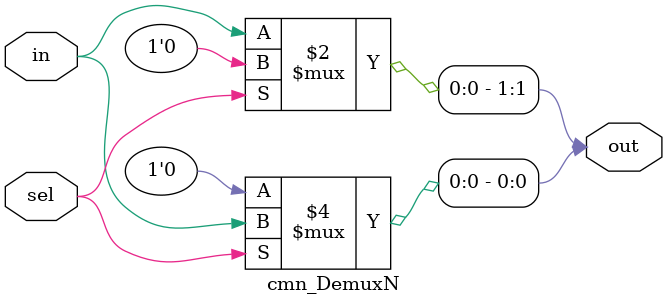
<source format=v>
module cmn_DemuxN (
	in,
	sel,
	out
);
	parameter nbits = 1;
	parameter noutputs = 2;
	input wire [nbits - 1:0] in;
	input wire [$clog2(noutputs) - 1:0] sel;
	output wire [(noutputs * nbits) - 1:0] out;
	genvar i;
	generate
		for (i = 0; i < noutputs; i = i + 1) begin : output_gen
			assign out[((noutputs - 1) - i) * nbits+:nbits] = (i == sel ? in : {nbits {1'b0}});
		end
	endgenerate
endmodule

</source>
